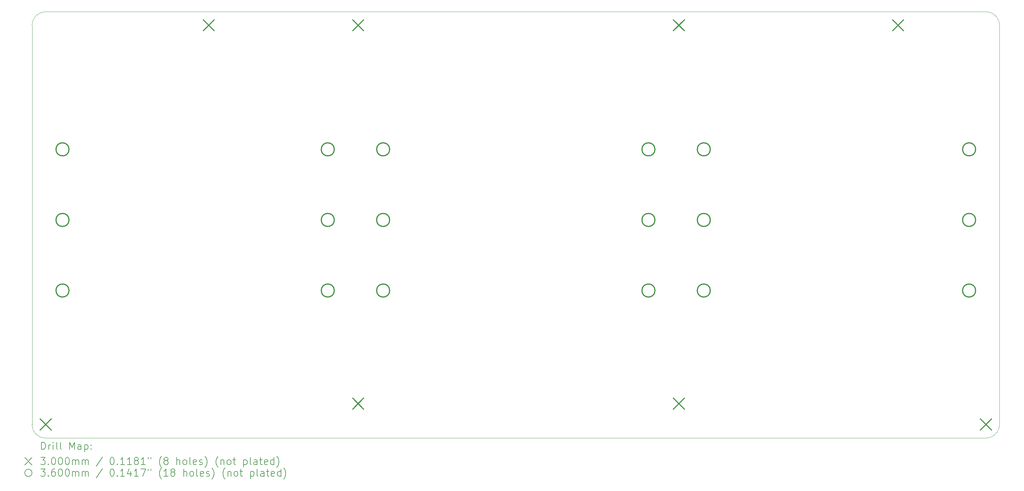
<source format=gbr>
%TF.GenerationSoftware,KiCad,Pcbnew,9.0.1*%
%TF.CreationDate,2025-08-06T03:02:04-05:00*%
%TF.ProjectId,TractionInverter,54726163-7469-46f6-9e49-6e7665727465,rev?*%
%TF.SameCoordinates,Original*%
%TF.FileFunction,Drillmap*%
%TF.FilePolarity,Positive*%
%FSLAX45Y45*%
G04 Gerber Fmt 4.5, Leading zero omitted, Abs format (unit mm)*
G04 Created by KiCad (PCBNEW 9.0.1) date 2025-08-06 03:02:04*
%MOMM*%
%LPD*%
G01*
G04 APERTURE LIST*
%ADD10C,0.050000*%
%ADD11C,0.200000*%
%ADD12C,0.300000*%
%ADD13C,0.360000*%
G04 APERTURE END LIST*
D10*
X27975000Y-3800000D02*
X27975000Y-14825000D01*
X1650000Y-3425000D02*
X27600000Y-3425000D01*
X1275000Y-14825000D02*
X1275000Y-3800000D01*
X27600000Y-15200000D02*
X1650000Y-15200000D01*
X27975000Y-14825000D02*
G75*
G02*
X27600000Y-15200000I-375000J0D01*
G01*
X27600000Y-3425000D02*
G75*
G02*
X27975000Y-3800000I0J-375000D01*
G01*
X1275000Y-3800000D02*
G75*
G02*
X1650000Y-3425000I375000J0D01*
G01*
X1650000Y-15200000D02*
G75*
G02*
X1275000Y-14825000I0J375000D01*
G01*
D11*
D12*
X1500000Y-14675000D02*
X1800000Y-14975000D01*
X1800000Y-14675000D02*
X1500000Y-14975000D01*
X6000000Y-3650000D02*
X6300000Y-3950000D01*
X6300000Y-3650000D02*
X6000000Y-3950000D01*
X10125000Y-3650000D02*
X10425000Y-3950000D01*
X10425000Y-3650000D02*
X10125000Y-3950000D01*
X10125000Y-14100000D02*
X10425000Y-14400000D01*
X10425000Y-14100000D02*
X10125000Y-14400000D01*
X18975000Y-3650000D02*
X19275000Y-3950000D01*
X19275000Y-3650000D02*
X18975000Y-3950000D01*
X18975000Y-14100000D02*
X19275000Y-14400000D01*
X19275000Y-14100000D02*
X18975000Y-14400000D01*
X25025000Y-3650000D02*
X25325000Y-3950000D01*
X25325000Y-3650000D02*
X25025000Y-3950000D01*
X27450000Y-14675000D02*
X27750000Y-14975000D01*
X27750000Y-14675000D02*
X27450000Y-14975000D01*
D13*
X2294000Y-7225000D02*
G75*
G02*
X1934000Y-7225000I-180000J0D01*
G01*
X1934000Y-7225000D02*
G75*
G02*
X2294000Y-7225000I180000J0D01*
G01*
X2294000Y-9175000D02*
G75*
G02*
X1934000Y-9175000I-180000J0D01*
G01*
X1934000Y-9175000D02*
G75*
G02*
X2294000Y-9175000I180000J0D01*
G01*
X2294000Y-11125000D02*
G75*
G02*
X1934000Y-11125000I-180000J0D01*
G01*
X1934000Y-11125000D02*
G75*
G02*
X2294000Y-11125000I180000J0D01*
G01*
X9616000Y-7225000D02*
G75*
G02*
X9256000Y-7225000I-180000J0D01*
G01*
X9256000Y-7225000D02*
G75*
G02*
X9616000Y-7225000I180000J0D01*
G01*
X9616000Y-9175000D02*
G75*
G02*
X9256000Y-9175000I-180000J0D01*
G01*
X9256000Y-9175000D02*
G75*
G02*
X9616000Y-9175000I180000J0D01*
G01*
X9616000Y-11125000D02*
G75*
G02*
X9256000Y-11125000I-180000J0D01*
G01*
X9256000Y-11125000D02*
G75*
G02*
X9616000Y-11125000I180000J0D01*
G01*
X11144000Y-7225000D02*
G75*
G02*
X10784000Y-7225000I-180000J0D01*
G01*
X10784000Y-7225000D02*
G75*
G02*
X11144000Y-7225000I180000J0D01*
G01*
X11144000Y-9175000D02*
G75*
G02*
X10784000Y-9175000I-180000J0D01*
G01*
X10784000Y-9175000D02*
G75*
G02*
X11144000Y-9175000I180000J0D01*
G01*
X11144000Y-11125000D02*
G75*
G02*
X10784000Y-11125000I-180000J0D01*
G01*
X10784000Y-11125000D02*
G75*
G02*
X11144000Y-11125000I180000J0D01*
G01*
X18466000Y-7225000D02*
G75*
G02*
X18106000Y-7225000I-180000J0D01*
G01*
X18106000Y-7225000D02*
G75*
G02*
X18466000Y-7225000I180000J0D01*
G01*
X18466000Y-9175000D02*
G75*
G02*
X18106000Y-9175000I-180000J0D01*
G01*
X18106000Y-9175000D02*
G75*
G02*
X18466000Y-9175000I180000J0D01*
G01*
X18466000Y-11125000D02*
G75*
G02*
X18106000Y-11125000I-180000J0D01*
G01*
X18106000Y-11125000D02*
G75*
G02*
X18466000Y-11125000I180000J0D01*
G01*
X19994000Y-7225000D02*
G75*
G02*
X19634000Y-7225000I-180000J0D01*
G01*
X19634000Y-7225000D02*
G75*
G02*
X19994000Y-7225000I180000J0D01*
G01*
X19994000Y-9175000D02*
G75*
G02*
X19634000Y-9175000I-180000J0D01*
G01*
X19634000Y-9175000D02*
G75*
G02*
X19994000Y-9175000I180000J0D01*
G01*
X19994000Y-11125000D02*
G75*
G02*
X19634000Y-11125000I-180000J0D01*
G01*
X19634000Y-11125000D02*
G75*
G02*
X19994000Y-11125000I180000J0D01*
G01*
X27316000Y-7225000D02*
G75*
G02*
X26956000Y-7225000I-180000J0D01*
G01*
X26956000Y-7225000D02*
G75*
G02*
X27316000Y-7225000I180000J0D01*
G01*
X27316000Y-9175000D02*
G75*
G02*
X26956000Y-9175000I-180000J0D01*
G01*
X26956000Y-9175000D02*
G75*
G02*
X27316000Y-9175000I180000J0D01*
G01*
X27316000Y-11125000D02*
G75*
G02*
X26956000Y-11125000I-180000J0D01*
G01*
X26956000Y-11125000D02*
G75*
G02*
X27316000Y-11125000I180000J0D01*
G01*
D11*
X1533277Y-15513984D02*
X1533277Y-15313984D01*
X1533277Y-15313984D02*
X1580896Y-15313984D01*
X1580896Y-15313984D02*
X1609467Y-15323508D01*
X1609467Y-15323508D02*
X1628515Y-15342555D01*
X1628515Y-15342555D02*
X1638039Y-15361603D01*
X1638039Y-15361603D02*
X1647562Y-15399698D01*
X1647562Y-15399698D02*
X1647562Y-15428269D01*
X1647562Y-15428269D02*
X1638039Y-15466365D01*
X1638039Y-15466365D02*
X1628515Y-15485412D01*
X1628515Y-15485412D02*
X1609467Y-15504460D01*
X1609467Y-15504460D02*
X1580896Y-15513984D01*
X1580896Y-15513984D02*
X1533277Y-15513984D01*
X1733277Y-15513984D02*
X1733277Y-15380650D01*
X1733277Y-15418746D02*
X1742801Y-15399698D01*
X1742801Y-15399698D02*
X1752324Y-15390174D01*
X1752324Y-15390174D02*
X1771372Y-15380650D01*
X1771372Y-15380650D02*
X1790420Y-15380650D01*
X1857086Y-15513984D02*
X1857086Y-15380650D01*
X1857086Y-15313984D02*
X1847562Y-15323508D01*
X1847562Y-15323508D02*
X1857086Y-15333031D01*
X1857086Y-15333031D02*
X1866610Y-15323508D01*
X1866610Y-15323508D02*
X1857086Y-15313984D01*
X1857086Y-15313984D02*
X1857086Y-15333031D01*
X1980896Y-15513984D02*
X1961848Y-15504460D01*
X1961848Y-15504460D02*
X1952324Y-15485412D01*
X1952324Y-15485412D02*
X1952324Y-15313984D01*
X2085658Y-15513984D02*
X2066610Y-15504460D01*
X2066610Y-15504460D02*
X2057086Y-15485412D01*
X2057086Y-15485412D02*
X2057086Y-15313984D01*
X2314229Y-15513984D02*
X2314229Y-15313984D01*
X2314229Y-15313984D02*
X2380896Y-15456841D01*
X2380896Y-15456841D02*
X2447563Y-15313984D01*
X2447563Y-15313984D02*
X2447563Y-15513984D01*
X2628515Y-15513984D02*
X2628515Y-15409222D01*
X2628515Y-15409222D02*
X2618991Y-15390174D01*
X2618991Y-15390174D02*
X2599944Y-15380650D01*
X2599944Y-15380650D02*
X2561848Y-15380650D01*
X2561848Y-15380650D02*
X2542801Y-15390174D01*
X2628515Y-15504460D02*
X2609467Y-15513984D01*
X2609467Y-15513984D02*
X2561848Y-15513984D01*
X2561848Y-15513984D02*
X2542801Y-15504460D01*
X2542801Y-15504460D02*
X2533277Y-15485412D01*
X2533277Y-15485412D02*
X2533277Y-15466365D01*
X2533277Y-15466365D02*
X2542801Y-15447317D01*
X2542801Y-15447317D02*
X2561848Y-15437793D01*
X2561848Y-15437793D02*
X2609467Y-15437793D01*
X2609467Y-15437793D02*
X2628515Y-15428269D01*
X2723753Y-15380650D02*
X2723753Y-15580650D01*
X2723753Y-15390174D02*
X2742801Y-15380650D01*
X2742801Y-15380650D02*
X2780896Y-15380650D01*
X2780896Y-15380650D02*
X2799943Y-15390174D01*
X2799943Y-15390174D02*
X2809467Y-15399698D01*
X2809467Y-15399698D02*
X2818991Y-15418746D01*
X2818991Y-15418746D02*
X2818991Y-15475888D01*
X2818991Y-15475888D02*
X2809467Y-15494936D01*
X2809467Y-15494936D02*
X2799943Y-15504460D01*
X2799943Y-15504460D02*
X2780896Y-15513984D01*
X2780896Y-15513984D02*
X2742801Y-15513984D01*
X2742801Y-15513984D02*
X2723753Y-15504460D01*
X2904705Y-15494936D02*
X2914229Y-15504460D01*
X2914229Y-15504460D02*
X2904705Y-15513984D01*
X2904705Y-15513984D02*
X2895182Y-15504460D01*
X2895182Y-15504460D02*
X2904705Y-15494936D01*
X2904705Y-15494936D02*
X2904705Y-15513984D01*
X2904705Y-15390174D02*
X2914229Y-15399698D01*
X2914229Y-15399698D02*
X2904705Y-15409222D01*
X2904705Y-15409222D02*
X2895182Y-15399698D01*
X2895182Y-15399698D02*
X2904705Y-15390174D01*
X2904705Y-15390174D02*
X2904705Y-15409222D01*
X1072500Y-15742500D02*
X1272500Y-15942500D01*
X1272500Y-15742500D02*
X1072500Y-15942500D01*
X1514229Y-15733984D02*
X1638039Y-15733984D01*
X1638039Y-15733984D02*
X1571372Y-15810174D01*
X1571372Y-15810174D02*
X1599943Y-15810174D01*
X1599943Y-15810174D02*
X1618991Y-15819698D01*
X1618991Y-15819698D02*
X1628515Y-15829222D01*
X1628515Y-15829222D02*
X1638039Y-15848269D01*
X1638039Y-15848269D02*
X1638039Y-15895888D01*
X1638039Y-15895888D02*
X1628515Y-15914936D01*
X1628515Y-15914936D02*
X1618991Y-15924460D01*
X1618991Y-15924460D02*
X1599943Y-15933984D01*
X1599943Y-15933984D02*
X1542801Y-15933984D01*
X1542801Y-15933984D02*
X1523753Y-15924460D01*
X1523753Y-15924460D02*
X1514229Y-15914936D01*
X1723753Y-15914936D02*
X1733277Y-15924460D01*
X1733277Y-15924460D02*
X1723753Y-15933984D01*
X1723753Y-15933984D02*
X1714229Y-15924460D01*
X1714229Y-15924460D02*
X1723753Y-15914936D01*
X1723753Y-15914936D02*
X1723753Y-15933984D01*
X1857086Y-15733984D02*
X1876134Y-15733984D01*
X1876134Y-15733984D02*
X1895182Y-15743508D01*
X1895182Y-15743508D02*
X1904705Y-15753031D01*
X1904705Y-15753031D02*
X1914229Y-15772079D01*
X1914229Y-15772079D02*
X1923753Y-15810174D01*
X1923753Y-15810174D02*
X1923753Y-15857793D01*
X1923753Y-15857793D02*
X1914229Y-15895888D01*
X1914229Y-15895888D02*
X1904705Y-15914936D01*
X1904705Y-15914936D02*
X1895182Y-15924460D01*
X1895182Y-15924460D02*
X1876134Y-15933984D01*
X1876134Y-15933984D02*
X1857086Y-15933984D01*
X1857086Y-15933984D02*
X1838039Y-15924460D01*
X1838039Y-15924460D02*
X1828515Y-15914936D01*
X1828515Y-15914936D02*
X1818991Y-15895888D01*
X1818991Y-15895888D02*
X1809467Y-15857793D01*
X1809467Y-15857793D02*
X1809467Y-15810174D01*
X1809467Y-15810174D02*
X1818991Y-15772079D01*
X1818991Y-15772079D02*
X1828515Y-15753031D01*
X1828515Y-15753031D02*
X1838039Y-15743508D01*
X1838039Y-15743508D02*
X1857086Y-15733984D01*
X2047562Y-15733984D02*
X2066610Y-15733984D01*
X2066610Y-15733984D02*
X2085658Y-15743508D01*
X2085658Y-15743508D02*
X2095182Y-15753031D01*
X2095182Y-15753031D02*
X2104705Y-15772079D01*
X2104705Y-15772079D02*
X2114229Y-15810174D01*
X2114229Y-15810174D02*
X2114229Y-15857793D01*
X2114229Y-15857793D02*
X2104705Y-15895888D01*
X2104705Y-15895888D02*
X2095182Y-15914936D01*
X2095182Y-15914936D02*
X2085658Y-15924460D01*
X2085658Y-15924460D02*
X2066610Y-15933984D01*
X2066610Y-15933984D02*
X2047562Y-15933984D01*
X2047562Y-15933984D02*
X2028515Y-15924460D01*
X2028515Y-15924460D02*
X2018991Y-15914936D01*
X2018991Y-15914936D02*
X2009467Y-15895888D01*
X2009467Y-15895888D02*
X1999943Y-15857793D01*
X1999943Y-15857793D02*
X1999943Y-15810174D01*
X1999943Y-15810174D02*
X2009467Y-15772079D01*
X2009467Y-15772079D02*
X2018991Y-15753031D01*
X2018991Y-15753031D02*
X2028515Y-15743508D01*
X2028515Y-15743508D02*
X2047562Y-15733984D01*
X2238039Y-15733984D02*
X2257086Y-15733984D01*
X2257086Y-15733984D02*
X2276134Y-15743508D01*
X2276134Y-15743508D02*
X2285658Y-15753031D01*
X2285658Y-15753031D02*
X2295182Y-15772079D01*
X2295182Y-15772079D02*
X2304705Y-15810174D01*
X2304705Y-15810174D02*
X2304705Y-15857793D01*
X2304705Y-15857793D02*
X2295182Y-15895888D01*
X2295182Y-15895888D02*
X2285658Y-15914936D01*
X2285658Y-15914936D02*
X2276134Y-15924460D01*
X2276134Y-15924460D02*
X2257086Y-15933984D01*
X2257086Y-15933984D02*
X2238039Y-15933984D01*
X2238039Y-15933984D02*
X2218991Y-15924460D01*
X2218991Y-15924460D02*
X2209467Y-15914936D01*
X2209467Y-15914936D02*
X2199944Y-15895888D01*
X2199944Y-15895888D02*
X2190420Y-15857793D01*
X2190420Y-15857793D02*
X2190420Y-15810174D01*
X2190420Y-15810174D02*
X2199944Y-15772079D01*
X2199944Y-15772079D02*
X2209467Y-15753031D01*
X2209467Y-15753031D02*
X2218991Y-15743508D01*
X2218991Y-15743508D02*
X2238039Y-15733984D01*
X2390420Y-15933984D02*
X2390420Y-15800650D01*
X2390420Y-15819698D02*
X2399944Y-15810174D01*
X2399944Y-15810174D02*
X2418991Y-15800650D01*
X2418991Y-15800650D02*
X2447563Y-15800650D01*
X2447563Y-15800650D02*
X2466610Y-15810174D01*
X2466610Y-15810174D02*
X2476134Y-15829222D01*
X2476134Y-15829222D02*
X2476134Y-15933984D01*
X2476134Y-15829222D02*
X2485658Y-15810174D01*
X2485658Y-15810174D02*
X2504705Y-15800650D01*
X2504705Y-15800650D02*
X2533277Y-15800650D01*
X2533277Y-15800650D02*
X2552325Y-15810174D01*
X2552325Y-15810174D02*
X2561848Y-15829222D01*
X2561848Y-15829222D02*
X2561848Y-15933984D01*
X2657086Y-15933984D02*
X2657086Y-15800650D01*
X2657086Y-15819698D02*
X2666610Y-15810174D01*
X2666610Y-15810174D02*
X2685658Y-15800650D01*
X2685658Y-15800650D02*
X2714229Y-15800650D01*
X2714229Y-15800650D02*
X2733277Y-15810174D01*
X2733277Y-15810174D02*
X2742801Y-15829222D01*
X2742801Y-15829222D02*
X2742801Y-15933984D01*
X2742801Y-15829222D02*
X2752325Y-15810174D01*
X2752325Y-15810174D02*
X2771372Y-15800650D01*
X2771372Y-15800650D02*
X2799943Y-15800650D01*
X2799943Y-15800650D02*
X2818991Y-15810174D01*
X2818991Y-15810174D02*
X2828515Y-15829222D01*
X2828515Y-15829222D02*
X2828515Y-15933984D01*
X3218991Y-15724460D02*
X3047563Y-15981603D01*
X3476134Y-15733984D02*
X3495182Y-15733984D01*
X3495182Y-15733984D02*
X3514229Y-15743508D01*
X3514229Y-15743508D02*
X3523753Y-15753031D01*
X3523753Y-15753031D02*
X3533277Y-15772079D01*
X3533277Y-15772079D02*
X3542801Y-15810174D01*
X3542801Y-15810174D02*
X3542801Y-15857793D01*
X3542801Y-15857793D02*
X3533277Y-15895888D01*
X3533277Y-15895888D02*
X3523753Y-15914936D01*
X3523753Y-15914936D02*
X3514229Y-15924460D01*
X3514229Y-15924460D02*
X3495182Y-15933984D01*
X3495182Y-15933984D02*
X3476134Y-15933984D01*
X3476134Y-15933984D02*
X3457086Y-15924460D01*
X3457086Y-15924460D02*
X3447563Y-15914936D01*
X3447563Y-15914936D02*
X3438039Y-15895888D01*
X3438039Y-15895888D02*
X3428515Y-15857793D01*
X3428515Y-15857793D02*
X3428515Y-15810174D01*
X3428515Y-15810174D02*
X3438039Y-15772079D01*
X3438039Y-15772079D02*
X3447563Y-15753031D01*
X3447563Y-15753031D02*
X3457086Y-15743508D01*
X3457086Y-15743508D02*
X3476134Y-15733984D01*
X3628515Y-15914936D02*
X3638039Y-15924460D01*
X3638039Y-15924460D02*
X3628515Y-15933984D01*
X3628515Y-15933984D02*
X3618991Y-15924460D01*
X3618991Y-15924460D02*
X3628515Y-15914936D01*
X3628515Y-15914936D02*
X3628515Y-15933984D01*
X3828515Y-15933984D02*
X3714229Y-15933984D01*
X3771372Y-15933984D02*
X3771372Y-15733984D01*
X3771372Y-15733984D02*
X3752325Y-15762555D01*
X3752325Y-15762555D02*
X3733277Y-15781603D01*
X3733277Y-15781603D02*
X3714229Y-15791127D01*
X4018991Y-15933984D02*
X3904706Y-15933984D01*
X3961848Y-15933984D02*
X3961848Y-15733984D01*
X3961848Y-15733984D02*
X3942801Y-15762555D01*
X3942801Y-15762555D02*
X3923753Y-15781603D01*
X3923753Y-15781603D02*
X3904706Y-15791127D01*
X4133277Y-15819698D02*
X4114229Y-15810174D01*
X4114229Y-15810174D02*
X4104706Y-15800650D01*
X4104706Y-15800650D02*
X4095182Y-15781603D01*
X4095182Y-15781603D02*
X4095182Y-15772079D01*
X4095182Y-15772079D02*
X4104706Y-15753031D01*
X4104706Y-15753031D02*
X4114229Y-15743508D01*
X4114229Y-15743508D02*
X4133277Y-15733984D01*
X4133277Y-15733984D02*
X4171372Y-15733984D01*
X4171372Y-15733984D02*
X4190420Y-15743508D01*
X4190420Y-15743508D02*
X4199944Y-15753031D01*
X4199944Y-15753031D02*
X4209468Y-15772079D01*
X4209468Y-15772079D02*
X4209468Y-15781603D01*
X4209468Y-15781603D02*
X4199944Y-15800650D01*
X4199944Y-15800650D02*
X4190420Y-15810174D01*
X4190420Y-15810174D02*
X4171372Y-15819698D01*
X4171372Y-15819698D02*
X4133277Y-15819698D01*
X4133277Y-15819698D02*
X4114229Y-15829222D01*
X4114229Y-15829222D02*
X4104706Y-15838746D01*
X4104706Y-15838746D02*
X4095182Y-15857793D01*
X4095182Y-15857793D02*
X4095182Y-15895888D01*
X4095182Y-15895888D02*
X4104706Y-15914936D01*
X4104706Y-15914936D02*
X4114229Y-15924460D01*
X4114229Y-15924460D02*
X4133277Y-15933984D01*
X4133277Y-15933984D02*
X4171372Y-15933984D01*
X4171372Y-15933984D02*
X4190420Y-15924460D01*
X4190420Y-15924460D02*
X4199944Y-15914936D01*
X4199944Y-15914936D02*
X4209468Y-15895888D01*
X4209468Y-15895888D02*
X4209468Y-15857793D01*
X4209468Y-15857793D02*
X4199944Y-15838746D01*
X4199944Y-15838746D02*
X4190420Y-15829222D01*
X4190420Y-15829222D02*
X4171372Y-15819698D01*
X4399944Y-15933984D02*
X4285658Y-15933984D01*
X4342801Y-15933984D02*
X4342801Y-15733984D01*
X4342801Y-15733984D02*
X4323753Y-15762555D01*
X4323753Y-15762555D02*
X4304706Y-15781603D01*
X4304706Y-15781603D02*
X4285658Y-15791127D01*
X4476134Y-15733984D02*
X4476134Y-15772079D01*
X4552325Y-15733984D02*
X4552325Y-15772079D01*
X4847563Y-16010174D02*
X4838039Y-16000650D01*
X4838039Y-16000650D02*
X4818991Y-15972079D01*
X4818991Y-15972079D02*
X4809468Y-15953031D01*
X4809468Y-15953031D02*
X4799944Y-15924460D01*
X4799944Y-15924460D02*
X4790420Y-15876841D01*
X4790420Y-15876841D02*
X4790420Y-15838746D01*
X4790420Y-15838746D02*
X4799944Y-15791127D01*
X4799944Y-15791127D02*
X4809468Y-15762555D01*
X4809468Y-15762555D02*
X4818991Y-15743508D01*
X4818991Y-15743508D02*
X4838039Y-15714936D01*
X4838039Y-15714936D02*
X4847563Y-15705412D01*
X4952325Y-15819698D02*
X4933277Y-15810174D01*
X4933277Y-15810174D02*
X4923753Y-15800650D01*
X4923753Y-15800650D02*
X4914230Y-15781603D01*
X4914230Y-15781603D02*
X4914230Y-15772079D01*
X4914230Y-15772079D02*
X4923753Y-15753031D01*
X4923753Y-15753031D02*
X4933277Y-15743508D01*
X4933277Y-15743508D02*
X4952325Y-15733984D01*
X4952325Y-15733984D02*
X4990420Y-15733984D01*
X4990420Y-15733984D02*
X5009468Y-15743508D01*
X5009468Y-15743508D02*
X5018991Y-15753031D01*
X5018991Y-15753031D02*
X5028515Y-15772079D01*
X5028515Y-15772079D02*
X5028515Y-15781603D01*
X5028515Y-15781603D02*
X5018991Y-15800650D01*
X5018991Y-15800650D02*
X5009468Y-15810174D01*
X5009468Y-15810174D02*
X4990420Y-15819698D01*
X4990420Y-15819698D02*
X4952325Y-15819698D01*
X4952325Y-15819698D02*
X4933277Y-15829222D01*
X4933277Y-15829222D02*
X4923753Y-15838746D01*
X4923753Y-15838746D02*
X4914230Y-15857793D01*
X4914230Y-15857793D02*
X4914230Y-15895888D01*
X4914230Y-15895888D02*
X4923753Y-15914936D01*
X4923753Y-15914936D02*
X4933277Y-15924460D01*
X4933277Y-15924460D02*
X4952325Y-15933984D01*
X4952325Y-15933984D02*
X4990420Y-15933984D01*
X4990420Y-15933984D02*
X5009468Y-15924460D01*
X5009468Y-15924460D02*
X5018991Y-15914936D01*
X5018991Y-15914936D02*
X5028515Y-15895888D01*
X5028515Y-15895888D02*
X5028515Y-15857793D01*
X5028515Y-15857793D02*
X5018991Y-15838746D01*
X5018991Y-15838746D02*
X5009468Y-15829222D01*
X5009468Y-15829222D02*
X4990420Y-15819698D01*
X5266611Y-15933984D02*
X5266611Y-15733984D01*
X5352325Y-15933984D02*
X5352325Y-15829222D01*
X5352325Y-15829222D02*
X5342801Y-15810174D01*
X5342801Y-15810174D02*
X5323753Y-15800650D01*
X5323753Y-15800650D02*
X5295182Y-15800650D01*
X5295182Y-15800650D02*
X5276134Y-15810174D01*
X5276134Y-15810174D02*
X5266611Y-15819698D01*
X5476134Y-15933984D02*
X5457087Y-15924460D01*
X5457087Y-15924460D02*
X5447563Y-15914936D01*
X5447563Y-15914936D02*
X5438039Y-15895888D01*
X5438039Y-15895888D02*
X5438039Y-15838746D01*
X5438039Y-15838746D02*
X5447563Y-15819698D01*
X5447563Y-15819698D02*
X5457087Y-15810174D01*
X5457087Y-15810174D02*
X5476134Y-15800650D01*
X5476134Y-15800650D02*
X5504706Y-15800650D01*
X5504706Y-15800650D02*
X5523753Y-15810174D01*
X5523753Y-15810174D02*
X5533277Y-15819698D01*
X5533277Y-15819698D02*
X5542801Y-15838746D01*
X5542801Y-15838746D02*
X5542801Y-15895888D01*
X5542801Y-15895888D02*
X5533277Y-15914936D01*
X5533277Y-15914936D02*
X5523753Y-15924460D01*
X5523753Y-15924460D02*
X5504706Y-15933984D01*
X5504706Y-15933984D02*
X5476134Y-15933984D01*
X5657087Y-15933984D02*
X5638039Y-15924460D01*
X5638039Y-15924460D02*
X5628515Y-15905412D01*
X5628515Y-15905412D02*
X5628515Y-15733984D01*
X5809468Y-15924460D02*
X5790420Y-15933984D01*
X5790420Y-15933984D02*
X5752325Y-15933984D01*
X5752325Y-15933984D02*
X5733277Y-15924460D01*
X5733277Y-15924460D02*
X5723753Y-15905412D01*
X5723753Y-15905412D02*
X5723753Y-15829222D01*
X5723753Y-15829222D02*
X5733277Y-15810174D01*
X5733277Y-15810174D02*
X5752325Y-15800650D01*
X5752325Y-15800650D02*
X5790420Y-15800650D01*
X5790420Y-15800650D02*
X5809468Y-15810174D01*
X5809468Y-15810174D02*
X5818991Y-15829222D01*
X5818991Y-15829222D02*
X5818991Y-15848269D01*
X5818991Y-15848269D02*
X5723753Y-15867317D01*
X5895182Y-15924460D02*
X5914230Y-15933984D01*
X5914230Y-15933984D02*
X5952325Y-15933984D01*
X5952325Y-15933984D02*
X5971372Y-15924460D01*
X5971372Y-15924460D02*
X5980896Y-15905412D01*
X5980896Y-15905412D02*
X5980896Y-15895888D01*
X5980896Y-15895888D02*
X5971372Y-15876841D01*
X5971372Y-15876841D02*
X5952325Y-15867317D01*
X5952325Y-15867317D02*
X5923753Y-15867317D01*
X5923753Y-15867317D02*
X5904706Y-15857793D01*
X5904706Y-15857793D02*
X5895182Y-15838746D01*
X5895182Y-15838746D02*
X5895182Y-15829222D01*
X5895182Y-15829222D02*
X5904706Y-15810174D01*
X5904706Y-15810174D02*
X5923753Y-15800650D01*
X5923753Y-15800650D02*
X5952325Y-15800650D01*
X5952325Y-15800650D02*
X5971372Y-15810174D01*
X6047563Y-16010174D02*
X6057087Y-16000650D01*
X6057087Y-16000650D02*
X6076134Y-15972079D01*
X6076134Y-15972079D02*
X6085658Y-15953031D01*
X6085658Y-15953031D02*
X6095182Y-15924460D01*
X6095182Y-15924460D02*
X6104706Y-15876841D01*
X6104706Y-15876841D02*
X6104706Y-15838746D01*
X6104706Y-15838746D02*
X6095182Y-15791127D01*
X6095182Y-15791127D02*
X6085658Y-15762555D01*
X6085658Y-15762555D02*
X6076134Y-15743508D01*
X6076134Y-15743508D02*
X6057087Y-15714936D01*
X6057087Y-15714936D02*
X6047563Y-15705412D01*
X6409468Y-16010174D02*
X6399944Y-16000650D01*
X6399944Y-16000650D02*
X6380896Y-15972079D01*
X6380896Y-15972079D02*
X6371372Y-15953031D01*
X6371372Y-15953031D02*
X6361849Y-15924460D01*
X6361849Y-15924460D02*
X6352325Y-15876841D01*
X6352325Y-15876841D02*
X6352325Y-15838746D01*
X6352325Y-15838746D02*
X6361849Y-15791127D01*
X6361849Y-15791127D02*
X6371372Y-15762555D01*
X6371372Y-15762555D02*
X6380896Y-15743508D01*
X6380896Y-15743508D02*
X6399944Y-15714936D01*
X6399944Y-15714936D02*
X6409468Y-15705412D01*
X6485658Y-15800650D02*
X6485658Y-15933984D01*
X6485658Y-15819698D02*
X6495182Y-15810174D01*
X6495182Y-15810174D02*
X6514230Y-15800650D01*
X6514230Y-15800650D02*
X6542801Y-15800650D01*
X6542801Y-15800650D02*
X6561849Y-15810174D01*
X6561849Y-15810174D02*
X6571372Y-15829222D01*
X6571372Y-15829222D02*
X6571372Y-15933984D01*
X6695182Y-15933984D02*
X6676134Y-15924460D01*
X6676134Y-15924460D02*
X6666611Y-15914936D01*
X6666611Y-15914936D02*
X6657087Y-15895888D01*
X6657087Y-15895888D02*
X6657087Y-15838746D01*
X6657087Y-15838746D02*
X6666611Y-15819698D01*
X6666611Y-15819698D02*
X6676134Y-15810174D01*
X6676134Y-15810174D02*
X6695182Y-15800650D01*
X6695182Y-15800650D02*
X6723753Y-15800650D01*
X6723753Y-15800650D02*
X6742801Y-15810174D01*
X6742801Y-15810174D02*
X6752325Y-15819698D01*
X6752325Y-15819698D02*
X6761849Y-15838746D01*
X6761849Y-15838746D02*
X6761849Y-15895888D01*
X6761849Y-15895888D02*
X6752325Y-15914936D01*
X6752325Y-15914936D02*
X6742801Y-15924460D01*
X6742801Y-15924460D02*
X6723753Y-15933984D01*
X6723753Y-15933984D02*
X6695182Y-15933984D01*
X6818992Y-15800650D02*
X6895182Y-15800650D01*
X6847563Y-15733984D02*
X6847563Y-15905412D01*
X6847563Y-15905412D02*
X6857087Y-15924460D01*
X6857087Y-15924460D02*
X6876134Y-15933984D01*
X6876134Y-15933984D02*
X6895182Y-15933984D01*
X7114230Y-15800650D02*
X7114230Y-16000650D01*
X7114230Y-15810174D02*
X7133277Y-15800650D01*
X7133277Y-15800650D02*
X7171373Y-15800650D01*
X7171373Y-15800650D02*
X7190420Y-15810174D01*
X7190420Y-15810174D02*
X7199944Y-15819698D01*
X7199944Y-15819698D02*
X7209468Y-15838746D01*
X7209468Y-15838746D02*
X7209468Y-15895888D01*
X7209468Y-15895888D02*
X7199944Y-15914936D01*
X7199944Y-15914936D02*
X7190420Y-15924460D01*
X7190420Y-15924460D02*
X7171373Y-15933984D01*
X7171373Y-15933984D02*
X7133277Y-15933984D01*
X7133277Y-15933984D02*
X7114230Y-15924460D01*
X7323753Y-15933984D02*
X7304706Y-15924460D01*
X7304706Y-15924460D02*
X7295182Y-15905412D01*
X7295182Y-15905412D02*
X7295182Y-15733984D01*
X7485658Y-15933984D02*
X7485658Y-15829222D01*
X7485658Y-15829222D02*
X7476134Y-15810174D01*
X7476134Y-15810174D02*
X7457087Y-15800650D01*
X7457087Y-15800650D02*
X7418992Y-15800650D01*
X7418992Y-15800650D02*
X7399944Y-15810174D01*
X7485658Y-15924460D02*
X7466611Y-15933984D01*
X7466611Y-15933984D02*
X7418992Y-15933984D01*
X7418992Y-15933984D02*
X7399944Y-15924460D01*
X7399944Y-15924460D02*
X7390420Y-15905412D01*
X7390420Y-15905412D02*
X7390420Y-15886365D01*
X7390420Y-15886365D02*
X7399944Y-15867317D01*
X7399944Y-15867317D02*
X7418992Y-15857793D01*
X7418992Y-15857793D02*
X7466611Y-15857793D01*
X7466611Y-15857793D02*
X7485658Y-15848269D01*
X7552325Y-15800650D02*
X7628515Y-15800650D01*
X7580896Y-15733984D02*
X7580896Y-15905412D01*
X7580896Y-15905412D02*
X7590420Y-15924460D01*
X7590420Y-15924460D02*
X7609468Y-15933984D01*
X7609468Y-15933984D02*
X7628515Y-15933984D01*
X7771373Y-15924460D02*
X7752325Y-15933984D01*
X7752325Y-15933984D02*
X7714230Y-15933984D01*
X7714230Y-15933984D02*
X7695182Y-15924460D01*
X7695182Y-15924460D02*
X7685658Y-15905412D01*
X7685658Y-15905412D02*
X7685658Y-15829222D01*
X7685658Y-15829222D02*
X7695182Y-15810174D01*
X7695182Y-15810174D02*
X7714230Y-15800650D01*
X7714230Y-15800650D02*
X7752325Y-15800650D01*
X7752325Y-15800650D02*
X7771373Y-15810174D01*
X7771373Y-15810174D02*
X7780896Y-15829222D01*
X7780896Y-15829222D02*
X7780896Y-15848269D01*
X7780896Y-15848269D02*
X7685658Y-15867317D01*
X7952325Y-15933984D02*
X7952325Y-15733984D01*
X7952325Y-15924460D02*
X7933277Y-15933984D01*
X7933277Y-15933984D02*
X7895182Y-15933984D01*
X7895182Y-15933984D02*
X7876134Y-15924460D01*
X7876134Y-15924460D02*
X7866611Y-15914936D01*
X7866611Y-15914936D02*
X7857087Y-15895888D01*
X7857087Y-15895888D02*
X7857087Y-15838746D01*
X7857087Y-15838746D02*
X7866611Y-15819698D01*
X7866611Y-15819698D02*
X7876134Y-15810174D01*
X7876134Y-15810174D02*
X7895182Y-15800650D01*
X7895182Y-15800650D02*
X7933277Y-15800650D01*
X7933277Y-15800650D02*
X7952325Y-15810174D01*
X8028515Y-16010174D02*
X8038039Y-16000650D01*
X8038039Y-16000650D02*
X8057087Y-15972079D01*
X8057087Y-15972079D02*
X8066611Y-15953031D01*
X8066611Y-15953031D02*
X8076134Y-15924460D01*
X8076134Y-15924460D02*
X8085658Y-15876841D01*
X8085658Y-15876841D02*
X8085658Y-15838746D01*
X8085658Y-15838746D02*
X8076134Y-15791127D01*
X8076134Y-15791127D02*
X8066611Y-15762555D01*
X8066611Y-15762555D02*
X8057087Y-15743508D01*
X8057087Y-15743508D02*
X8038039Y-15714936D01*
X8038039Y-15714936D02*
X8028515Y-15705412D01*
X1272500Y-16162500D02*
G75*
G02*
X1072500Y-16162500I-100000J0D01*
G01*
X1072500Y-16162500D02*
G75*
G02*
X1272500Y-16162500I100000J0D01*
G01*
X1514229Y-16053984D02*
X1638039Y-16053984D01*
X1638039Y-16053984D02*
X1571372Y-16130174D01*
X1571372Y-16130174D02*
X1599943Y-16130174D01*
X1599943Y-16130174D02*
X1618991Y-16139698D01*
X1618991Y-16139698D02*
X1628515Y-16149222D01*
X1628515Y-16149222D02*
X1638039Y-16168269D01*
X1638039Y-16168269D02*
X1638039Y-16215888D01*
X1638039Y-16215888D02*
X1628515Y-16234936D01*
X1628515Y-16234936D02*
X1618991Y-16244460D01*
X1618991Y-16244460D02*
X1599943Y-16253984D01*
X1599943Y-16253984D02*
X1542801Y-16253984D01*
X1542801Y-16253984D02*
X1523753Y-16244460D01*
X1523753Y-16244460D02*
X1514229Y-16234936D01*
X1723753Y-16234936D02*
X1733277Y-16244460D01*
X1733277Y-16244460D02*
X1723753Y-16253984D01*
X1723753Y-16253984D02*
X1714229Y-16244460D01*
X1714229Y-16244460D02*
X1723753Y-16234936D01*
X1723753Y-16234936D02*
X1723753Y-16253984D01*
X1904705Y-16053984D02*
X1866610Y-16053984D01*
X1866610Y-16053984D02*
X1847562Y-16063508D01*
X1847562Y-16063508D02*
X1838039Y-16073031D01*
X1838039Y-16073031D02*
X1818991Y-16101603D01*
X1818991Y-16101603D02*
X1809467Y-16139698D01*
X1809467Y-16139698D02*
X1809467Y-16215888D01*
X1809467Y-16215888D02*
X1818991Y-16234936D01*
X1818991Y-16234936D02*
X1828515Y-16244460D01*
X1828515Y-16244460D02*
X1847562Y-16253984D01*
X1847562Y-16253984D02*
X1885658Y-16253984D01*
X1885658Y-16253984D02*
X1904705Y-16244460D01*
X1904705Y-16244460D02*
X1914229Y-16234936D01*
X1914229Y-16234936D02*
X1923753Y-16215888D01*
X1923753Y-16215888D02*
X1923753Y-16168269D01*
X1923753Y-16168269D02*
X1914229Y-16149222D01*
X1914229Y-16149222D02*
X1904705Y-16139698D01*
X1904705Y-16139698D02*
X1885658Y-16130174D01*
X1885658Y-16130174D02*
X1847562Y-16130174D01*
X1847562Y-16130174D02*
X1828515Y-16139698D01*
X1828515Y-16139698D02*
X1818991Y-16149222D01*
X1818991Y-16149222D02*
X1809467Y-16168269D01*
X2047562Y-16053984D02*
X2066610Y-16053984D01*
X2066610Y-16053984D02*
X2085658Y-16063508D01*
X2085658Y-16063508D02*
X2095182Y-16073031D01*
X2095182Y-16073031D02*
X2104705Y-16092079D01*
X2104705Y-16092079D02*
X2114229Y-16130174D01*
X2114229Y-16130174D02*
X2114229Y-16177793D01*
X2114229Y-16177793D02*
X2104705Y-16215888D01*
X2104705Y-16215888D02*
X2095182Y-16234936D01*
X2095182Y-16234936D02*
X2085658Y-16244460D01*
X2085658Y-16244460D02*
X2066610Y-16253984D01*
X2066610Y-16253984D02*
X2047562Y-16253984D01*
X2047562Y-16253984D02*
X2028515Y-16244460D01*
X2028515Y-16244460D02*
X2018991Y-16234936D01*
X2018991Y-16234936D02*
X2009467Y-16215888D01*
X2009467Y-16215888D02*
X1999943Y-16177793D01*
X1999943Y-16177793D02*
X1999943Y-16130174D01*
X1999943Y-16130174D02*
X2009467Y-16092079D01*
X2009467Y-16092079D02*
X2018991Y-16073031D01*
X2018991Y-16073031D02*
X2028515Y-16063508D01*
X2028515Y-16063508D02*
X2047562Y-16053984D01*
X2238039Y-16053984D02*
X2257086Y-16053984D01*
X2257086Y-16053984D02*
X2276134Y-16063508D01*
X2276134Y-16063508D02*
X2285658Y-16073031D01*
X2285658Y-16073031D02*
X2295182Y-16092079D01*
X2295182Y-16092079D02*
X2304705Y-16130174D01*
X2304705Y-16130174D02*
X2304705Y-16177793D01*
X2304705Y-16177793D02*
X2295182Y-16215888D01*
X2295182Y-16215888D02*
X2285658Y-16234936D01*
X2285658Y-16234936D02*
X2276134Y-16244460D01*
X2276134Y-16244460D02*
X2257086Y-16253984D01*
X2257086Y-16253984D02*
X2238039Y-16253984D01*
X2238039Y-16253984D02*
X2218991Y-16244460D01*
X2218991Y-16244460D02*
X2209467Y-16234936D01*
X2209467Y-16234936D02*
X2199944Y-16215888D01*
X2199944Y-16215888D02*
X2190420Y-16177793D01*
X2190420Y-16177793D02*
X2190420Y-16130174D01*
X2190420Y-16130174D02*
X2199944Y-16092079D01*
X2199944Y-16092079D02*
X2209467Y-16073031D01*
X2209467Y-16073031D02*
X2218991Y-16063508D01*
X2218991Y-16063508D02*
X2238039Y-16053984D01*
X2390420Y-16253984D02*
X2390420Y-16120650D01*
X2390420Y-16139698D02*
X2399944Y-16130174D01*
X2399944Y-16130174D02*
X2418991Y-16120650D01*
X2418991Y-16120650D02*
X2447563Y-16120650D01*
X2447563Y-16120650D02*
X2466610Y-16130174D01*
X2466610Y-16130174D02*
X2476134Y-16149222D01*
X2476134Y-16149222D02*
X2476134Y-16253984D01*
X2476134Y-16149222D02*
X2485658Y-16130174D01*
X2485658Y-16130174D02*
X2504705Y-16120650D01*
X2504705Y-16120650D02*
X2533277Y-16120650D01*
X2533277Y-16120650D02*
X2552325Y-16130174D01*
X2552325Y-16130174D02*
X2561848Y-16149222D01*
X2561848Y-16149222D02*
X2561848Y-16253984D01*
X2657086Y-16253984D02*
X2657086Y-16120650D01*
X2657086Y-16139698D02*
X2666610Y-16130174D01*
X2666610Y-16130174D02*
X2685658Y-16120650D01*
X2685658Y-16120650D02*
X2714229Y-16120650D01*
X2714229Y-16120650D02*
X2733277Y-16130174D01*
X2733277Y-16130174D02*
X2742801Y-16149222D01*
X2742801Y-16149222D02*
X2742801Y-16253984D01*
X2742801Y-16149222D02*
X2752325Y-16130174D01*
X2752325Y-16130174D02*
X2771372Y-16120650D01*
X2771372Y-16120650D02*
X2799943Y-16120650D01*
X2799943Y-16120650D02*
X2818991Y-16130174D01*
X2818991Y-16130174D02*
X2828515Y-16149222D01*
X2828515Y-16149222D02*
X2828515Y-16253984D01*
X3218991Y-16044460D02*
X3047563Y-16301603D01*
X3476134Y-16053984D02*
X3495182Y-16053984D01*
X3495182Y-16053984D02*
X3514229Y-16063508D01*
X3514229Y-16063508D02*
X3523753Y-16073031D01*
X3523753Y-16073031D02*
X3533277Y-16092079D01*
X3533277Y-16092079D02*
X3542801Y-16130174D01*
X3542801Y-16130174D02*
X3542801Y-16177793D01*
X3542801Y-16177793D02*
X3533277Y-16215888D01*
X3533277Y-16215888D02*
X3523753Y-16234936D01*
X3523753Y-16234936D02*
X3514229Y-16244460D01*
X3514229Y-16244460D02*
X3495182Y-16253984D01*
X3495182Y-16253984D02*
X3476134Y-16253984D01*
X3476134Y-16253984D02*
X3457086Y-16244460D01*
X3457086Y-16244460D02*
X3447563Y-16234936D01*
X3447563Y-16234936D02*
X3438039Y-16215888D01*
X3438039Y-16215888D02*
X3428515Y-16177793D01*
X3428515Y-16177793D02*
X3428515Y-16130174D01*
X3428515Y-16130174D02*
X3438039Y-16092079D01*
X3438039Y-16092079D02*
X3447563Y-16073031D01*
X3447563Y-16073031D02*
X3457086Y-16063508D01*
X3457086Y-16063508D02*
X3476134Y-16053984D01*
X3628515Y-16234936D02*
X3638039Y-16244460D01*
X3638039Y-16244460D02*
X3628515Y-16253984D01*
X3628515Y-16253984D02*
X3618991Y-16244460D01*
X3618991Y-16244460D02*
X3628515Y-16234936D01*
X3628515Y-16234936D02*
X3628515Y-16253984D01*
X3828515Y-16253984D02*
X3714229Y-16253984D01*
X3771372Y-16253984D02*
X3771372Y-16053984D01*
X3771372Y-16053984D02*
X3752325Y-16082555D01*
X3752325Y-16082555D02*
X3733277Y-16101603D01*
X3733277Y-16101603D02*
X3714229Y-16111127D01*
X3999944Y-16120650D02*
X3999944Y-16253984D01*
X3952325Y-16044460D02*
X3904706Y-16187317D01*
X3904706Y-16187317D02*
X4028515Y-16187317D01*
X4209468Y-16253984D02*
X4095182Y-16253984D01*
X4152325Y-16253984D02*
X4152325Y-16053984D01*
X4152325Y-16053984D02*
X4133277Y-16082555D01*
X4133277Y-16082555D02*
X4114229Y-16101603D01*
X4114229Y-16101603D02*
X4095182Y-16111127D01*
X4276134Y-16053984D02*
X4409468Y-16053984D01*
X4409468Y-16053984D02*
X4323753Y-16253984D01*
X4476134Y-16053984D02*
X4476134Y-16092079D01*
X4552325Y-16053984D02*
X4552325Y-16092079D01*
X4847563Y-16330174D02*
X4838039Y-16320650D01*
X4838039Y-16320650D02*
X4818991Y-16292079D01*
X4818991Y-16292079D02*
X4809468Y-16273031D01*
X4809468Y-16273031D02*
X4799944Y-16244460D01*
X4799944Y-16244460D02*
X4790420Y-16196841D01*
X4790420Y-16196841D02*
X4790420Y-16158746D01*
X4790420Y-16158746D02*
X4799944Y-16111127D01*
X4799944Y-16111127D02*
X4809468Y-16082555D01*
X4809468Y-16082555D02*
X4818991Y-16063508D01*
X4818991Y-16063508D02*
X4838039Y-16034936D01*
X4838039Y-16034936D02*
X4847563Y-16025412D01*
X5028515Y-16253984D02*
X4914230Y-16253984D01*
X4971372Y-16253984D02*
X4971372Y-16053984D01*
X4971372Y-16053984D02*
X4952325Y-16082555D01*
X4952325Y-16082555D02*
X4933277Y-16101603D01*
X4933277Y-16101603D02*
X4914230Y-16111127D01*
X5142801Y-16139698D02*
X5123753Y-16130174D01*
X5123753Y-16130174D02*
X5114230Y-16120650D01*
X5114230Y-16120650D02*
X5104706Y-16101603D01*
X5104706Y-16101603D02*
X5104706Y-16092079D01*
X5104706Y-16092079D02*
X5114230Y-16073031D01*
X5114230Y-16073031D02*
X5123753Y-16063508D01*
X5123753Y-16063508D02*
X5142801Y-16053984D01*
X5142801Y-16053984D02*
X5180896Y-16053984D01*
X5180896Y-16053984D02*
X5199944Y-16063508D01*
X5199944Y-16063508D02*
X5209468Y-16073031D01*
X5209468Y-16073031D02*
X5218991Y-16092079D01*
X5218991Y-16092079D02*
X5218991Y-16101603D01*
X5218991Y-16101603D02*
X5209468Y-16120650D01*
X5209468Y-16120650D02*
X5199944Y-16130174D01*
X5199944Y-16130174D02*
X5180896Y-16139698D01*
X5180896Y-16139698D02*
X5142801Y-16139698D01*
X5142801Y-16139698D02*
X5123753Y-16149222D01*
X5123753Y-16149222D02*
X5114230Y-16158746D01*
X5114230Y-16158746D02*
X5104706Y-16177793D01*
X5104706Y-16177793D02*
X5104706Y-16215888D01*
X5104706Y-16215888D02*
X5114230Y-16234936D01*
X5114230Y-16234936D02*
X5123753Y-16244460D01*
X5123753Y-16244460D02*
X5142801Y-16253984D01*
X5142801Y-16253984D02*
X5180896Y-16253984D01*
X5180896Y-16253984D02*
X5199944Y-16244460D01*
X5199944Y-16244460D02*
X5209468Y-16234936D01*
X5209468Y-16234936D02*
X5218991Y-16215888D01*
X5218991Y-16215888D02*
X5218991Y-16177793D01*
X5218991Y-16177793D02*
X5209468Y-16158746D01*
X5209468Y-16158746D02*
X5199944Y-16149222D01*
X5199944Y-16149222D02*
X5180896Y-16139698D01*
X5457087Y-16253984D02*
X5457087Y-16053984D01*
X5542801Y-16253984D02*
X5542801Y-16149222D01*
X5542801Y-16149222D02*
X5533277Y-16130174D01*
X5533277Y-16130174D02*
X5514230Y-16120650D01*
X5514230Y-16120650D02*
X5485658Y-16120650D01*
X5485658Y-16120650D02*
X5466611Y-16130174D01*
X5466611Y-16130174D02*
X5457087Y-16139698D01*
X5666610Y-16253984D02*
X5647563Y-16244460D01*
X5647563Y-16244460D02*
X5638039Y-16234936D01*
X5638039Y-16234936D02*
X5628515Y-16215888D01*
X5628515Y-16215888D02*
X5628515Y-16158746D01*
X5628515Y-16158746D02*
X5638039Y-16139698D01*
X5638039Y-16139698D02*
X5647563Y-16130174D01*
X5647563Y-16130174D02*
X5666610Y-16120650D01*
X5666610Y-16120650D02*
X5695182Y-16120650D01*
X5695182Y-16120650D02*
X5714230Y-16130174D01*
X5714230Y-16130174D02*
X5723753Y-16139698D01*
X5723753Y-16139698D02*
X5733277Y-16158746D01*
X5733277Y-16158746D02*
X5733277Y-16215888D01*
X5733277Y-16215888D02*
X5723753Y-16234936D01*
X5723753Y-16234936D02*
X5714230Y-16244460D01*
X5714230Y-16244460D02*
X5695182Y-16253984D01*
X5695182Y-16253984D02*
X5666610Y-16253984D01*
X5847563Y-16253984D02*
X5828515Y-16244460D01*
X5828515Y-16244460D02*
X5818991Y-16225412D01*
X5818991Y-16225412D02*
X5818991Y-16053984D01*
X5999944Y-16244460D02*
X5980896Y-16253984D01*
X5980896Y-16253984D02*
X5942801Y-16253984D01*
X5942801Y-16253984D02*
X5923753Y-16244460D01*
X5923753Y-16244460D02*
X5914230Y-16225412D01*
X5914230Y-16225412D02*
X5914230Y-16149222D01*
X5914230Y-16149222D02*
X5923753Y-16130174D01*
X5923753Y-16130174D02*
X5942801Y-16120650D01*
X5942801Y-16120650D02*
X5980896Y-16120650D01*
X5980896Y-16120650D02*
X5999944Y-16130174D01*
X5999944Y-16130174D02*
X6009468Y-16149222D01*
X6009468Y-16149222D02*
X6009468Y-16168269D01*
X6009468Y-16168269D02*
X5914230Y-16187317D01*
X6085658Y-16244460D02*
X6104706Y-16253984D01*
X6104706Y-16253984D02*
X6142801Y-16253984D01*
X6142801Y-16253984D02*
X6161849Y-16244460D01*
X6161849Y-16244460D02*
X6171372Y-16225412D01*
X6171372Y-16225412D02*
X6171372Y-16215888D01*
X6171372Y-16215888D02*
X6161849Y-16196841D01*
X6161849Y-16196841D02*
X6142801Y-16187317D01*
X6142801Y-16187317D02*
X6114230Y-16187317D01*
X6114230Y-16187317D02*
X6095182Y-16177793D01*
X6095182Y-16177793D02*
X6085658Y-16158746D01*
X6085658Y-16158746D02*
X6085658Y-16149222D01*
X6085658Y-16149222D02*
X6095182Y-16130174D01*
X6095182Y-16130174D02*
X6114230Y-16120650D01*
X6114230Y-16120650D02*
X6142801Y-16120650D01*
X6142801Y-16120650D02*
X6161849Y-16130174D01*
X6238039Y-16330174D02*
X6247563Y-16320650D01*
X6247563Y-16320650D02*
X6266611Y-16292079D01*
X6266611Y-16292079D02*
X6276134Y-16273031D01*
X6276134Y-16273031D02*
X6285658Y-16244460D01*
X6285658Y-16244460D02*
X6295182Y-16196841D01*
X6295182Y-16196841D02*
X6295182Y-16158746D01*
X6295182Y-16158746D02*
X6285658Y-16111127D01*
X6285658Y-16111127D02*
X6276134Y-16082555D01*
X6276134Y-16082555D02*
X6266611Y-16063508D01*
X6266611Y-16063508D02*
X6247563Y-16034936D01*
X6247563Y-16034936D02*
X6238039Y-16025412D01*
X6599944Y-16330174D02*
X6590420Y-16320650D01*
X6590420Y-16320650D02*
X6571372Y-16292079D01*
X6571372Y-16292079D02*
X6561849Y-16273031D01*
X6561849Y-16273031D02*
X6552325Y-16244460D01*
X6552325Y-16244460D02*
X6542801Y-16196841D01*
X6542801Y-16196841D02*
X6542801Y-16158746D01*
X6542801Y-16158746D02*
X6552325Y-16111127D01*
X6552325Y-16111127D02*
X6561849Y-16082555D01*
X6561849Y-16082555D02*
X6571372Y-16063508D01*
X6571372Y-16063508D02*
X6590420Y-16034936D01*
X6590420Y-16034936D02*
X6599944Y-16025412D01*
X6676134Y-16120650D02*
X6676134Y-16253984D01*
X6676134Y-16139698D02*
X6685658Y-16130174D01*
X6685658Y-16130174D02*
X6704706Y-16120650D01*
X6704706Y-16120650D02*
X6733277Y-16120650D01*
X6733277Y-16120650D02*
X6752325Y-16130174D01*
X6752325Y-16130174D02*
X6761849Y-16149222D01*
X6761849Y-16149222D02*
X6761849Y-16253984D01*
X6885658Y-16253984D02*
X6866611Y-16244460D01*
X6866611Y-16244460D02*
X6857087Y-16234936D01*
X6857087Y-16234936D02*
X6847563Y-16215888D01*
X6847563Y-16215888D02*
X6847563Y-16158746D01*
X6847563Y-16158746D02*
X6857087Y-16139698D01*
X6857087Y-16139698D02*
X6866611Y-16130174D01*
X6866611Y-16130174D02*
X6885658Y-16120650D01*
X6885658Y-16120650D02*
X6914230Y-16120650D01*
X6914230Y-16120650D02*
X6933277Y-16130174D01*
X6933277Y-16130174D02*
X6942801Y-16139698D01*
X6942801Y-16139698D02*
X6952325Y-16158746D01*
X6952325Y-16158746D02*
X6952325Y-16215888D01*
X6952325Y-16215888D02*
X6942801Y-16234936D01*
X6942801Y-16234936D02*
X6933277Y-16244460D01*
X6933277Y-16244460D02*
X6914230Y-16253984D01*
X6914230Y-16253984D02*
X6885658Y-16253984D01*
X7009468Y-16120650D02*
X7085658Y-16120650D01*
X7038039Y-16053984D02*
X7038039Y-16225412D01*
X7038039Y-16225412D02*
X7047563Y-16244460D01*
X7047563Y-16244460D02*
X7066611Y-16253984D01*
X7066611Y-16253984D02*
X7085658Y-16253984D01*
X7304706Y-16120650D02*
X7304706Y-16320650D01*
X7304706Y-16130174D02*
X7323753Y-16120650D01*
X7323753Y-16120650D02*
X7361849Y-16120650D01*
X7361849Y-16120650D02*
X7380896Y-16130174D01*
X7380896Y-16130174D02*
X7390420Y-16139698D01*
X7390420Y-16139698D02*
X7399944Y-16158746D01*
X7399944Y-16158746D02*
X7399944Y-16215888D01*
X7399944Y-16215888D02*
X7390420Y-16234936D01*
X7390420Y-16234936D02*
X7380896Y-16244460D01*
X7380896Y-16244460D02*
X7361849Y-16253984D01*
X7361849Y-16253984D02*
X7323753Y-16253984D01*
X7323753Y-16253984D02*
X7304706Y-16244460D01*
X7514230Y-16253984D02*
X7495182Y-16244460D01*
X7495182Y-16244460D02*
X7485658Y-16225412D01*
X7485658Y-16225412D02*
X7485658Y-16053984D01*
X7676134Y-16253984D02*
X7676134Y-16149222D01*
X7676134Y-16149222D02*
X7666611Y-16130174D01*
X7666611Y-16130174D02*
X7647563Y-16120650D01*
X7647563Y-16120650D02*
X7609468Y-16120650D01*
X7609468Y-16120650D02*
X7590420Y-16130174D01*
X7676134Y-16244460D02*
X7657087Y-16253984D01*
X7657087Y-16253984D02*
X7609468Y-16253984D01*
X7609468Y-16253984D02*
X7590420Y-16244460D01*
X7590420Y-16244460D02*
X7580896Y-16225412D01*
X7580896Y-16225412D02*
X7580896Y-16206365D01*
X7580896Y-16206365D02*
X7590420Y-16187317D01*
X7590420Y-16187317D02*
X7609468Y-16177793D01*
X7609468Y-16177793D02*
X7657087Y-16177793D01*
X7657087Y-16177793D02*
X7676134Y-16168269D01*
X7742801Y-16120650D02*
X7818992Y-16120650D01*
X7771373Y-16053984D02*
X7771373Y-16225412D01*
X7771373Y-16225412D02*
X7780896Y-16244460D01*
X7780896Y-16244460D02*
X7799944Y-16253984D01*
X7799944Y-16253984D02*
X7818992Y-16253984D01*
X7961849Y-16244460D02*
X7942801Y-16253984D01*
X7942801Y-16253984D02*
X7904706Y-16253984D01*
X7904706Y-16253984D02*
X7885658Y-16244460D01*
X7885658Y-16244460D02*
X7876134Y-16225412D01*
X7876134Y-16225412D02*
X7876134Y-16149222D01*
X7876134Y-16149222D02*
X7885658Y-16130174D01*
X7885658Y-16130174D02*
X7904706Y-16120650D01*
X7904706Y-16120650D02*
X7942801Y-16120650D01*
X7942801Y-16120650D02*
X7961849Y-16130174D01*
X7961849Y-16130174D02*
X7971373Y-16149222D01*
X7971373Y-16149222D02*
X7971373Y-16168269D01*
X7971373Y-16168269D02*
X7876134Y-16187317D01*
X8142801Y-16253984D02*
X8142801Y-16053984D01*
X8142801Y-16244460D02*
X8123754Y-16253984D01*
X8123754Y-16253984D02*
X8085658Y-16253984D01*
X8085658Y-16253984D02*
X8066611Y-16244460D01*
X8066611Y-16244460D02*
X8057087Y-16234936D01*
X8057087Y-16234936D02*
X8047563Y-16215888D01*
X8047563Y-16215888D02*
X8047563Y-16158746D01*
X8047563Y-16158746D02*
X8057087Y-16139698D01*
X8057087Y-16139698D02*
X8066611Y-16130174D01*
X8066611Y-16130174D02*
X8085658Y-16120650D01*
X8085658Y-16120650D02*
X8123754Y-16120650D01*
X8123754Y-16120650D02*
X8142801Y-16130174D01*
X8218992Y-16330174D02*
X8228515Y-16320650D01*
X8228515Y-16320650D02*
X8247563Y-16292079D01*
X8247563Y-16292079D02*
X8257087Y-16273031D01*
X8257087Y-16273031D02*
X8266611Y-16244460D01*
X8266611Y-16244460D02*
X8276134Y-16196841D01*
X8276134Y-16196841D02*
X8276134Y-16158746D01*
X8276134Y-16158746D02*
X8266611Y-16111127D01*
X8266611Y-16111127D02*
X8257087Y-16082555D01*
X8257087Y-16082555D02*
X8247563Y-16063508D01*
X8247563Y-16063508D02*
X8228515Y-16034936D01*
X8228515Y-16034936D02*
X8218992Y-16025412D01*
M02*

</source>
